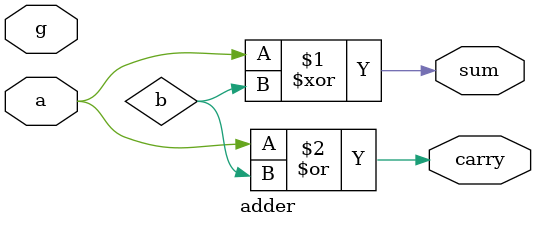
<source format=v>
module adder
(input a ,g,
output sum, carry);

assign sum = a ^ b;
assign carry = a | b;
endmodule

// now i made some changes


// the edit is now made by kirtan_test_branch
</source>
